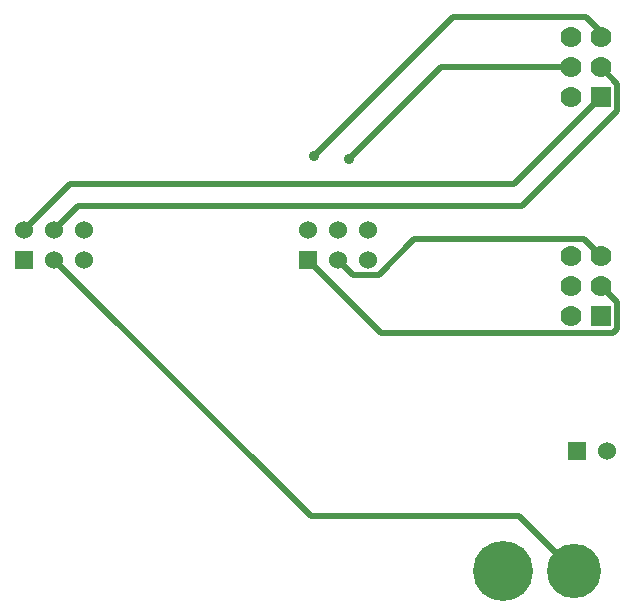
<source format=gtl>
G04 (created by PCBNEW (2013-mar-13)-testing) date Tue 12 Nov 2013 05:41:53 PM PST*
%MOIN*%
G04 Gerber Fmt 3.4, Leading zero omitted, Abs format*
%FSLAX34Y34*%
G01*
G70*
G90*
G04 APERTURE LIST*
%ADD10C,0.005906*%
%ADD11C,0.200000*%
%ADD12C,0.181100*%
%ADD13R,0.060000X0.060000*%
%ADD14C,0.060000*%
%ADD15R,0.070000X0.070000*%
%ADD16C,0.070000*%
%ADD17C,0.035000*%
%ADD18C,0.020000*%
G04 APERTURE END LIST*
G54D10*
G54D11*
X37800Y-38450D03*
G54D12*
X40162Y-38450D03*
G54D13*
X21834Y-28059D03*
G54D14*
X21834Y-27059D03*
X22834Y-28059D03*
X22834Y-27059D03*
X23834Y-28059D03*
X23834Y-27059D03*
G54D13*
X31283Y-28059D03*
G54D14*
X31283Y-27059D03*
X32283Y-28059D03*
X32283Y-27059D03*
X33283Y-28059D03*
X33283Y-27059D03*
G54D15*
X41051Y-22653D03*
G54D16*
X40051Y-22653D03*
X41051Y-21653D03*
X40051Y-21653D03*
X41051Y-20653D03*
X40051Y-20653D03*
G54D13*
X40248Y-34448D03*
G54D14*
X41248Y-34448D03*
G54D15*
X41051Y-29937D03*
G54D16*
X40051Y-29937D03*
X41051Y-28937D03*
X40051Y-28937D03*
X41051Y-27937D03*
X40051Y-27937D03*
G54D17*
X31496Y-24606D03*
X32677Y-24704D03*
G54D18*
X32793Y-28569D02*
X32283Y-28059D01*
X33648Y-28569D02*
X32793Y-28569D01*
X34831Y-27386D02*
X33648Y-28569D01*
X40501Y-27386D02*
X34831Y-27386D01*
X41051Y-27937D02*
X40501Y-27386D01*
X33730Y-30506D02*
X31283Y-28059D01*
X41466Y-30506D02*
X33730Y-30506D01*
X41601Y-30371D02*
X41466Y-30506D01*
X41601Y-29487D02*
X41601Y-30371D01*
X41051Y-28937D02*
X41601Y-29487D01*
X23366Y-25527D02*
X21834Y-27059D01*
X38177Y-25527D02*
X23366Y-25527D01*
X41051Y-22653D02*
X38177Y-25527D01*
X23626Y-26267D02*
X22834Y-27059D01*
X38426Y-26267D02*
X23626Y-26267D01*
X41601Y-23092D02*
X38426Y-26267D01*
X41601Y-22203D02*
X41601Y-23092D01*
X41051Y-21653D02*
X41601Y-22203D01*
X41051Y-20653D02*
X41051Y-20480D01*
X36122Y-19980D02*
X31496Y-24606D01*
X40551Y-19980D02*
X36122Y-19980D01*
X41051Y-20480D02*
X40551Y-19980D01*
X35728Y-21653D02*
X40051Y-21653D01*
X32677Y-24704D02*
X35728Y-21653D01*
X38330Y-36618D02*
X40162Y-38450D01*
X31394Y-36618D02*
X38330Y-36618D01*
X22834Y-28059D02*
X31394Y-36618D01*
M02*

</source>
